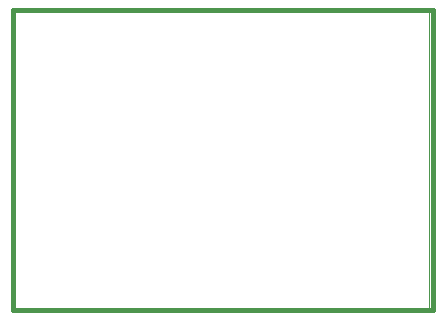
<source format=gbo>
G75*
%MOIN*%
%OFA0B0*%
%FSLAX24Y24*%
%IPPOS*%
%LPD*%
%AMOC8*
5,1,8,0,0,1.08239X$1,22.5*
%
%ADD10C,0.0000*%
%ADD11C,0.0160*%
D10*
X000180Y000180D02*
X000180Y010176D01*
X014050Y010176D01*
X014050Y000180D01*
X000180Y000180D01*
D11*
X000180Y010180D01*
X014180Y010180D01*
X014180Y000180D01*
X000180Y000180D01*
M02*

</source>
